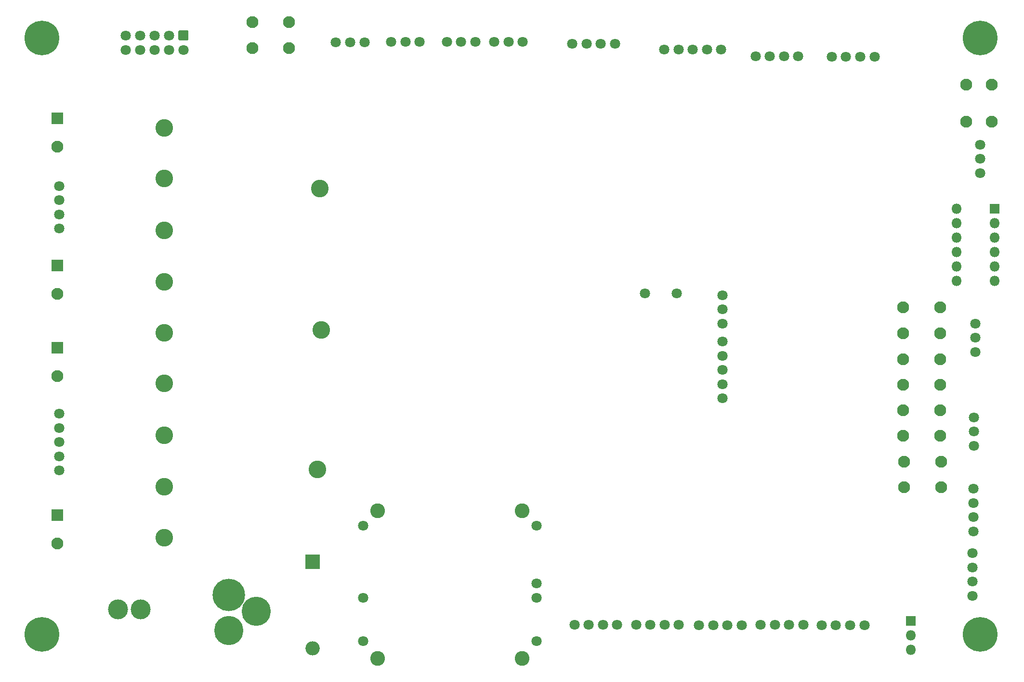
<source format=gbr>
%TF.GenerationSoftware,KiCad,Pcbnew,(5.1.6)-1*%
%TF.CreationDate,2021-04-08T18:08:25+09:00*%
%TF.ProjectId,FIG_DP_vFin,4649475f-4450-45f7-9646-696e2e6b6963,rev?*%
%TF.SameCoordinates,Original*%
%TF.FileFunction,Soldermask,Bot*%
%TF.FilePolarity,Negative*%
%FSLAX46Y46*%
G04 Gerber Fmt 4.6, Leading zero omitted, Abs format (unit mm)*
G04 Created by KiCad (PCBNEW (5.1.6)-1) date 2021-04-08 18:08:25*
%MOMM*%
%LPD*%
G01*
G04 APERTURE LIST*
%ADD10R,1.800000X1.800000*%
%ADD11O,1.800000X1.800000*%
%ADD12R,2.100000X2.100000*%
%ADD13C,2.100000*%
%ADD14C,3.500000*%
%ADD15C,3.100000*%
%ADD16C,1.800000*%
%ADD17O,2.500000X2.500000*%
%ADD18R,2.500000X2.500000*%
%ADD19C,6.100000*%
%ADD20C,0.900000*%
%ADD21C,2.600000*%
%ADD22C,5.704000*%
%ADD23C,5.128000*%
G04 APERTURE END LIST*
D10*
%TO.C,J9*%
X207500000Y-60000000D03*
D11*
X200770000Y-60000000D03*
X207500000Y-62540000D03*
X200770000Y-62540000D03*
X207500000Y-65080000D03*
X200770000Y-65080000D03*
X207500000Y-67620000D03*
X200770000Y-67620000D03*
X207500000Y-70160000D03*
X200770000Y-70160000D03*
X207500000Y-72700000D03*
X200770000Y-72700000D03*
%TD*%
D12*
%TO.C,C66*%
X42759000Y-69991000D03*
D13*
X42759000Y-74991000D03*
%TD*%
D14*
%TO.C,J26*%
X53392000Y-130556000D03*
X57352000Y-130556000D03*
%TD*%
D15*
%TO.C,J14*%
X88872000Y-56476000D03*
%TD*%
%TO.C,J28*%
X61535000Y-99957000D03*
%TD*%
%TO.C,J29*%
X61535000Y-63889000D03*
%TD*%
%TO.C,J34*%
X61535000Y-72911000D03*
%TD*%
D16*
%TO.C,J38*%
X43059000Y-56031000D03*
X43059000Y-58531000D03*
X43059000Y-61031000D03*
X43059000Y-63531000D03*
%TD*%
%TO.C,J7*%
X173850000Y-133257000D03*
X171350000Y-133257000D03*
X168850000Y-133257000D03*
X166350000Y-133257000D03*
%TD*%
D15*
%TO.C,J30*%
X61535000Y-108974000D03*
%TD*%
D16*
%TO.C,J6*%
X155520000Y-133357000D03*
X158020000Y-133357000D03*
X160520000Y-133357000D03*
X163020000Y-133357000D03*
%TD*%
%TO.C,J5*%
X144480000Y-133257000D03*
X146980000Y-133257000D03*
X149480000Y-133257000D03*
X151980000Y-133257000D03*
%TD*%
%TO.C,J4*%
X141150000Y-133303000D03*
X138650000Y-133303000D03*
X136150000Y-133303000D03*
X133650000Y-133303000D03*
%TD*%
D15*
%TO.C,J33*%
X61535000Y-117991000D03*
%TD*%
D16*
%TO.C,J39*%
X43059000Y-103621000D03*
X43059000Y-101121000D03*
X43059000Y-98621000D03*
X43059000Y-96121000D03*
X43059000Y-106121000D03*
%TD*%
D15*
%TO.C,J24*%
X61535000Y-90813000D03*
%TD*%
D13*
%TO.C,C65*%
X42759000Y-118971000D03*
D12*
X42759000Y-113971000D03*
%TD*%
%TO.C,C68*%
X42759000Y-84491000D03*
D13*
X42759000Y-89491000D03*
%TD*%
D12*
%TO.C,C64*%
X42759000Y-44131000D03*
D13*
X42759000Y-49131000D03*
%TD*%
%TO.C,J21*%
G36*
G01*
X64267706Y-28619000D02*
X65538294Y-28619000D01*
G75*
G02*
X65803000Y-28883706I0J-264706D01*
G01*
X65803000Y-30154294D01*
G75*
G02*
X65538294Y-30419000I-264706J0D01*
G01*
X64267706Y-30419000D01*
G75*
G02*
X64003000Y-30154294I0J264706D01*
G01*
X64003000Y-28883706D01*
G75*
G02*
X64267706Y-28619000I264706J0D01*
G01*
G37*
D16*
X62363000Y-29519000D03*
X59823000Y-29519000D03*
X57283000Y-29519000D03*
X54743000Y-29519000D03*
X64903000Y-32059000D03*
X62363000Y-32059000D03*
X59823000Y-32059000D03*
X57283000Y-32059000D03*
X54743000Y-32059000D03*
%TD*%
D11*
%TO.C,J11*%
X192800000Y-137660000D03*
X192800000Y-135120000D03*
D10*
X192800000Y-132580000D03*
%TD*%
D16*
%TO.C,BZ1*%
X151644000Y-74930000D03*
X146044000Y-74930000D03*
%TD*%
D17*
%TO.C,D12*%
X87630000Y-137414000D03*
D18*
X87630000Y-122174000D03*
%TD*%
D19*
%TO.C,H2*%
X40000000Y-30000000D03*
D20*
X42250000Y-30000000D03*
X41590990Y-31590990D03*
X40000000Y-32250000D03*
X38409010Y-31590990D03*
X37750000Y-30000000D03*
X38409010Y-28409010D03*
X40000000Y-27750000D03*
X41590990Y-28409010D03*
%TD*%
%TO.C,H3*%
X206590990Y-133409010D03*
X205000000Y-132750000D03*
X203409010Y-133409010D03*
X202750000Y-135000000D03*
X203409010Y-136590990D03*
X205000000Y-137250000D03*
X206590990Y-136590990D03*
X207250000Y-135000000D03*
D19*
X205000000Y-135000000D03*
%TD*%
%TO.C,H4*%
X205000000Y-30000000D03*
D20*
X207250000Y-30000000D03*
X206590990Y-31590990D03*
X205000000Y-32250000D03*
X203409010Y-31590990D03*
X202750000Y-30000000D03*
X203409010Y-28409010D03*
X205000000Y-27750000D03*
X206590990Y-28409010D03*
%TD*%
D15*
%TO.C,J20*%
X61535000Y-81923000D03*
%TD*%
%TO.C,J27*%
X61535000Y-54745000D03*
%TD*%
D20*
%TO.C,H5*%
X41590990Y-133409010D03*
X40000000Y-132750000D03*
X38409010Y-133409010D03*
X37750000Y-135000000D03*
X38409010Y-136590990D03*
X40000000Y-137250000D03*
X41590990Y-136590990D03*
X42250000Y-135000000D03*
D19*
X40000000Y-135000000D03*
%TD*%
D15*
%TO.C,J22*%
X61535000Y-45855000D03*
%TD*%
D16*
%TO.C,J8*%
X177098000Y-133350000D03*
X179598000Y-133350000D03*
X182098000Y-133350000D03*
X184598000Y-133350000D03*
%TD*%
%TO.C,J10*%
X205000000Y-53750000D03*
X205000000Y-51250000D03*
X205000000Y-48750000D03*
%TD*%
%TO.C,J40*%
X101440000Y-30650000D03*
X103940000Y-30650000D03*
X106440000Y-30650000D03*
%TD*%
%TO.C,J36*%
X96714000Y-30734000D03*
X94214000Y-30734000D03*
X91714000Y-30734000D03*
%TD*%
%TO.C,J19*%
X203646000Y-120698000D03*
X203646000Y-123198000D03*
X203646000Y-125698000D03*
X203646000Y-128198000D03*
%TD*%
%TO.C,U11*%
X96520000Y-115824000D03*
X96520000Y-128524000D03*
X96520000Y-136144000D03*
X127000000Y-136144000D03*
X127000000Y-128524000D03*
X127000000Y-125984000D03*
X127000000Y-115824000D03*
D21*
X99060000Y-113194000D03*
X124460000Y-113194000D03*
X99060000Y-139194000D03*
X124460000Y-139194000D03*
%TD*%
D13*
%TO.C,SW1*%
X197900000Y-77439000D03*
X197900000Y-81939000D03*
X191400000Y-77439000D03*
X191400000Y-81939000D03*
%TD*%
%TO.C,SW2*%
X191440000Y-90999000D03*
X191440000Y-86499000D03*
X197940000Y-90999000D03*
X197940000Y-86499000D03*
%TD*%
%TO.C,SW4*%
X191400000Y-100009000D03*
X191400000Y-95509000D03*
X197900000Y-100009000D03*
X197900000Y-95509000D03*
%TD*%
%TO.C,SW6*%
X77004000Y-31729000D03*
X77004000Y-27229000D03*
X83504000Y-31729000D03*
X83504000Y-27229000D03*
%TD*%
%TO.C,SW5*%
X202533000Y-38183000D03*
X207033000Y-38183000D03*
X202533000Y-44683000D03*
X207033000Y-44683000D03*
%TD*%
%TO.C,SW3*%
X198064000Y-104604000D03*
X198064000Y-109104000D03*
X191564000Y-104604000D03*
X191564000Y-109104000D03*
%TD*%
D16*
%TO.C,J32*%
X116192000Y-30680000D03*
X113692000Y-30680000D03*
X111192000Y-30680000D03*
%TD*%
%TO.C,J12*%
X186376000Y-33274000D03*
X183876000Y-33274000D03*
X181376000Y-33274000D03*
X178876000Y-33274000D03*
%TD*%
%TO.C,J13*%
X165464000Y-33240000D03*
X167964000Y-33240000D03*
X170464000Y-33240000D03*
X172964000Y-33240000D03*
%TD*%
%TO.C,J1*%
X151944000Y-32054000D03*
X154444000Y-32054000D03*
X156944000Y-32054000D03*
X159444000Y-32054000D03*
X149444000Y-32054000D03*
%TD*%
%TO.C,J2*%
X204124000Y-80254000D03*
X204124000Y-82754000D03*
X204124000Y-85254000D03*
%TD*%
%TO.C,J3*%
X203884000Y-101744000D03*
X203884000Y-99244000D03*
X203884000Y-96744000D03*
%TD*%
D22*
%TO.C,J35*%
X72898000Y-128016000D03*
D23*
X72898000Y-134316000D03*
X77698000Y-130916000D03*
%TD*%
D15*
%TO.C,J15*%
X89140000Y-81410000D03*
%TD*%
%TO.C,J16*%
X88428000Y-105948000D03*
%TD*%
D16*
%TO.C,J31*%
X203740000Y-116840000D03*
X203740000Y-114340000D03*
X203740000Y-111840000D03*
X203740000Y-109340000D03*
%TD*%
%TO.C,J37*%
X124530000Y-30690000D03*
X122030000Y-30690000D03*
X119530000Y-30690000D03*
%TD*%
%TO.C,J17*%
X159675001Y-80274999D03*
X159675001Y-77774999D03*
X159675001Y-75274999D03*
%TD*%
%TO.C,J41*%
X159675001Y-85924999D03*
X159675001Y-88424999D03*
X159675001Y-90924999D03*
X159675001Y-93424999D03*
X159675001Y-83424999D03*
%TD*%
%TO.C,J18*%
X140750000Y-31000000D03*
X138250000Y-31000000D03*
X135750000Y-31000000D03*
X133250000Y-31000000D03*
%TD*%
M02*

</source>
